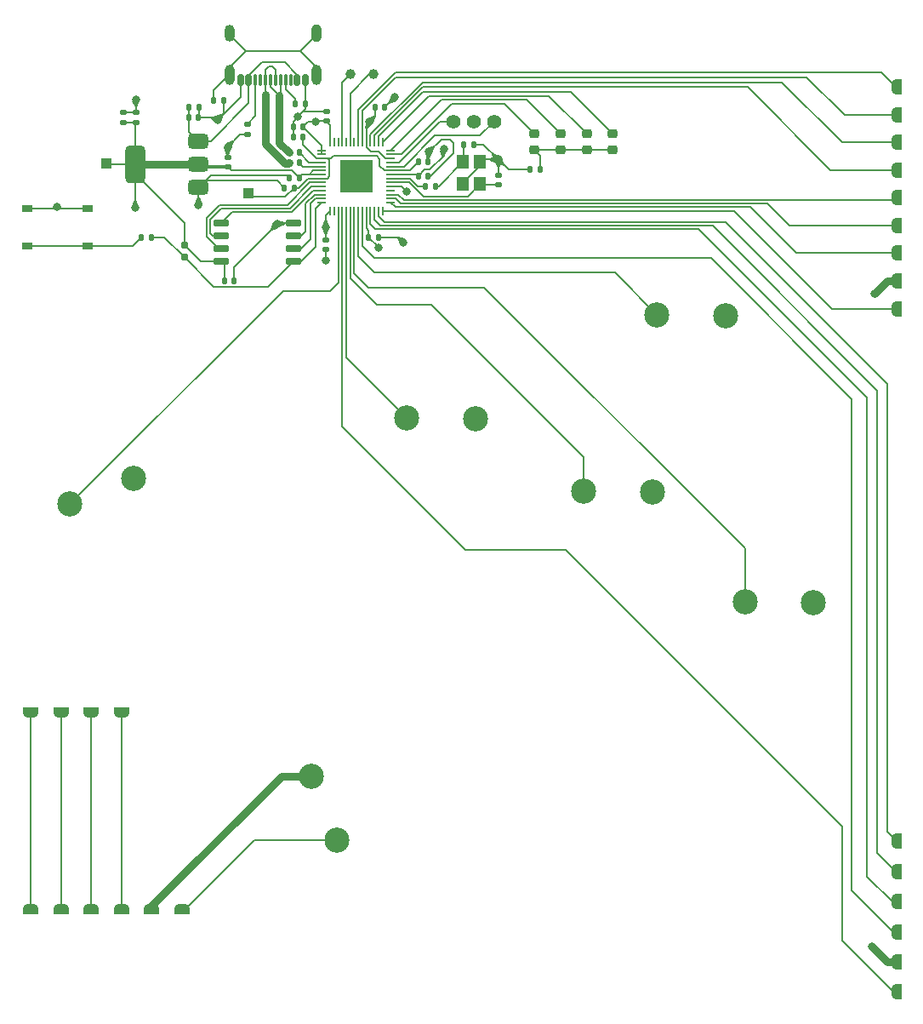
<source format=gbr>
%TF.GenerationSoftware,KiCad,Pcbnew,8.0.4*%
%TF.CreationDate,2024-07-24T16:44:50-07:00*%
%TF.ProjectId,panel_1,70616e65-6c5f-4312-9e6b-696361645f70,rev?*%
%TF.SameCoordinates,Original*%
%TF.FileFunction,Copper,L1,Top*%
%TF.FilePolarity,Positive*%
%FSLAX46Y46*%
G04 Gerber Fmt 4.6, Leading zero omitted, Abs format (unit mm)*
G04 Created by KiCad (PCBNEW 8.0.4) date 2024-07-24 16:44:50*
%MOMM*%
%LPD*%
G01*
G04 APERTURE LIST*
G04 Aperture macros list*
%AMRoundRect*
0 Rectangle with rounded corners*
0 $1 Rounding radius*
0 $2 $3 $4 $5 $6 $7 $8 $9 X,Y pos of 4 corners*
0 Add a 4 corners polygon primitive as box body*
4,1,4,$2,$3,$4,$5,$6,$7,$8,$9,$2,$3,0*
0 Add four circle primitives for the rounded corners*
1,1,$1+$1,$2,$3*
1,1,$1+$1,$4,$5*
1,1,$1+$1,$6,$7*
1,1,$1+$1,$8,$9*
0 Add four rect primitives between the rounded corners*
20,1,$1+$1,$2,$3,$4,$5,0*
20,1,$1+$1,$4,$5,$6,$7,0*
20,1,$1+$1,$6,$7,$8,$9,0*
20,1,$1+$1,$8,$9,$2,$3,0*%
%AMFreePoly0*
4,1,19,0.500000,-0.750000,0.000000,-0.750000,0.000000,-0.744911,-0.071157,-0.744911,-0.207708,-0.704816,-0.327430,-0.627875,-0.420627,-0.520320,-0.479746,-0.390866,-0.500000,-0.250000,-0.500000,0.250000,-0.479746,0.390866,-0.420627,0.520320,-0.327430,0.627875,-0.207708,0.704816,-0.071157,0.744911,0.000000,0.744911,0.000000,0.750000,0.500000,0.750000,0.500000,-0.750000,0.500000,-0.750000,
$1*%
%AMFreePoly1*
4,1,19,0.000000,0.744911,0.071157,0.744911,0.207708,0.704816,0.327430,0.627875,0.420627,0.520320,0.479746,0.390866,0.500000,0.250000,0.500000,-0.250000,0.479746,-0.390866,0.420627,-0.520320,0.327430,-0.627875,0.207708,-0.704816,0.071157,-0.744911,0.000000,-0.744911,0.000000,-0.750000,-0.500000,-0.750000,-0.500000,0.750000,0.000000,0.750000,0.000000,0.744911,0.000000,0.744911,
$1*%
G04 Aperture macros list end*
%TA.AperFunction,SMDPad,CuDef*%
%ADD10RoundRect,0.135000X-0.135000X-0.185000X0.135000X-0.185000X0.135000X0.185000X-0.135000X0.185000X0*%
%TD*%
%TA.AperFunction,SMDPad,CuDef*%
%ADD11RoundRect,0.375000X0.625000X0.375000X-0.625000X0.375000X-0.625000X-0.375000X0.625000X-0.375000X0*%
%TD*%
%TA.AperFunction,SMDPad,CuDef*%
%ADD12RoundRect,0.500000X0.500000X1.400000X-0.500000X1.400000X-0.500000X-1.400000X0.500000X-1.400000X0*%
%TD*%
%TA.AperFunction,SMDPad,CuDef*%
%ADD13FreePoly0,0.000000*%
%TD*%
%TA.AperFunction,SMDPad,CuDef*%
%ADD14RoundRect,0.140000X0.170000X-0.140000X0.170000X0.140000X-0.170000X0.140000X-0.170000X-0.140000X0*%
%TD*%
%TA.AperFunction,SMDPad,CuDef*%
%ADD15RoundRect,0.140000X-0.140000X-0.170000X0.140000X-0.170000X0.140000X0.170000X-0.140000X0.170000X0*%
%TD*%
%TA.AperFunction,ComponentPad*%
%ADD16C,2.500000*%
%TD*%
%TA.AperFunction,SMDPad,CuDef*%
%ADD17FreePoly0,90.000000*%
%TD*%
%TA.AperFunction,ComponentPad*%
%ADD18C,0.600000*%
%TD*%
%TA.AperFunction,SMDPad,CuDef*%
%ADD19RoundRect,0.218750X0.256250X-0.218750X0.256250X0.218750X-0.256250X0.218750X-0.256250X-0.218750X0*%
%TD*%
%TA.AperFunction,SMDPad,CuDef*%
%ADD20R,1.200000X1.400000*%
%TD*%
%TA.AperFunction,SMDPad,CuDef*%
%ADD21RoundRect,0.135000X-0.185000X0.135000X-0.185000X-0.135000X0.185000X-0.135000X0.185000X0.135000X0*%
%TD*%
%TA.AperFunction,SMDPad,CuDef*%
%ADD22RoundRect,0.140000X0.140000X0.170000X-0.140000X0.170000X-0.140000X-0.170000X0.140000X-0.170000X0*%
%TD*%
%TA.AperFunction,SMDPad,CuDef*%
%ADD23RoundRect,0.135000X0.135000X0.185000X-0.135000X0.185000X-0.135000X-0.185000X0.135000X-0.185000X0*%
%TD*%
%TA.AperFunction,ComponentPad*%
%ADD24R,1.000000X1.000000*%
%TD*%
%TA.AperFunction,SMDPad,CuDef*%
%ADD25C,1.000000*%
%TD*%
%TA.AperFunction,SMDPad,CuDef*%
%ADD26RoundRect,0.140000X-0.170000X0.140000X-0.170000X-0.140000X0.170000X-0.140000X0.170000X0.140000X0*%
%TD*%
%TA.AperFunction,SMDPad,CuDef*%
%ADD27FreePoly1,90.000000*%
%TD*%
%TA.AperFunction,ComponentPad*%
%ADD28C,1.400000*%
%TD*%
%TA.AperFunction,SMDPad,CuDef*%
%ADD29RoundRect,0.050000X0.050000X-0.387500X0.050000X0.387500X-0.050000X0.387500X-0.050000X-0.387500X0*%
%TD*%
%TA.AperFunction,SMDPad,CuDef*%
%ADD30RoundRect,0.050000X0.387500X-0.050000X0.387500X0.050000X-0.387500X0.050000X-0.387500X-0.050000X0*%
%TD*%
%TA.AperFunction,HeatsinkPad*%
%ADD31R,3.200000X3.200000*%
%TD*%
%TA.AperFunction,SMDPad,CuDef*%
%ADD32RoundRect,0.150000X0.150000X0.420000X-0.150000X0.420000X-0.150000X-0.420000X0.150000X-0.420000X0*%
%TD*%
%TA.AperFunction,SMDPad,CuDef*%
%ADD33RoundRect,0.075000X0.075000X0.495000X-0.075000X0.495000X-0.075000X-0.495000X0.075000X-0.495000X0*%
%TD*%
%TA.AperFunction,ComponentPad*%
%ADD34O,1.000000X2.000000*%
%TD*%
%TA.AperFunction,ComponentPad*%
%ADD35O,1.000000X1.800000*%
%TD*%
%TA.AperFunction,ComponentPad*%
%ADD36O,1.000000X1.700000*%
%TD*%
%TA.AperFunction,SMDPad,CuDef*%
%ADD37RoundRect,0.160000X-0.160000X0.197500X-0.160000X-0.197500X0.160000X-0.197500X0.160000X0.197500X0*%
%TD*%
%TA.AperFunction,SMDPad,CuDef*%
%ADD38RoundRect,0.150000X0.650000X0.150000X-0.650000X0.150000X-0.650000X-0.150000X0.650000X-0.150000X0*%
%TD*%
%TA.AperFunction,SMDPad,CuDef*%
%ADD39R,1.000000X0.750000*%
%TD*%
%TA.AperFunction,ViaPad*%
%ADD40C,0.800000*%
%TD*%
%TA.AperFunction,Conductor*%
%ADD41C,0.200000*%
%TD*%
%TA.AperFunction,Conductor*%
%ADD42C,0.800000*%
%TD*%
%TA.AperFunction,Conductor*%
%ADD43C,0.150000*%
%TD*%
%TA.AperFunction,Conductor*%
%ADD44C,0.300000*%
%TD*%
G04 APERTURE END LIST*
D10*
%TO.P,R1,1*%
%TO.N,Net-(J1-SHIELD)*%
X70490000Y-29347000D03*
%TO.P,R1,2*%
%TO.N,GND*%
X71510000Y-29347000D03*
%TD*%
D11*
%TO.P,U2,1,GND*%
%TO.N,GND*%
X68972000Y-37978000D03*
%TO.P,U2,2,VO*%
%TO.N,+3.3V*%
X68972000Y-35678000D03*
D12*
X62672000Y-35678000D03*
D11*
%TO.P,U2,3,VI*%
%TO.N,VBUS*%
X68972000Y-33378000D03*
%TD*%
D13*
%TO.P,JP13,1,A*%
%TO.N,/Main/B1*%
X138420000Y-112000000D03*
%TD*%
%TO.P,JP7,1,A*%
%TO.N,/Main/R1*%
X138420000Y-41750000D03*
%TD*%
%TO.P,JP9,1,A*%
%TO.N,/Main/L3*%
X138420000Y-50050000D03*
%TD*%
D14*
%TO.P,C11,1*%
%TO.N,+3.3V*%
X71880000Y-35910000D03*
%TO.P,C11,2*%
%TO.N,GND*%
X71880000Y-34950000D03*
%TD*%
D15*
%TO.P,C8,1*%
%TO.N,+1V1*%
X90840000Y-35430000D03*
%TO.P,C8,2*%
%TO.N,GND*%
X91800000Y-35430000D03*
%TD*%
D16*
%TO.P,SW8_DP1,1,1*%
%TO.N,L2*%
X56190000Y-69451696D03*
%TO.P,SW8_DP1,2,2*%
%TO.N,GND*%
X62540000Y-66911696D03*
%TD*%
D17*
%TO.P,JP17,1,A*%
%TO.N,Net-(JP10-B)*%
X52300000Y-90200000D03*
%TD*%
D18*
%TO.P,,57,GND*%
%TO.N,GND*%
X83700000Y-36840000D03*
%TD*%
D19*
%TO.P,D2,1,K*%
%TO.N,Net-(D1-K)*%
X105010000Y-34200000D03*
%TO.P,D2,2,A*%
%TO.N,/Main/P2*%
X105010000Y-32625000D03*
%TD*%
D18*
%TO.P,,57,GND*%
%TO.N,GND*%
X84716000Y-36840000D03*
%TD*%
D20*
%TO.P,Y1,1,1*%
%TO.N,/Main/XIN*%
X96996000Y-37630000D03*
%TO.P,Y1,2,2*%
%TO.N,GND*%
X96996000Y-35430000D03*
%TO.P,Y1,3,3*%
%TO.N,Net-(C4-Pad2)*%
X95296000Y-35430000D03*
%TO.P,Y1,4,4*%
%TO.N,GND*%
X95296000Y-37630000D03*
%TD*%
D15*
%TO.P,C14,1*%
%TO.N,+3.3V*%
X90840000Y-36840000D03*
%TO.P,C14,2*%
%TO.N,GND*%
X91800000Y-36840000D03*
%TD*%
D19*
%TO.P,D1,1,K*%
%TO.N,Net-(D1-K)*%
X102420000Y-34200000D03*
%TO.P,D1,2,A*%
%TO.N,/Main/P1*%
X102420000Y-32625000D03*
%TD*%
D13*
%TO.P,JP11,1,A*%
%TO.N,/Main/R2*%
X138420000Y-106000000D03*
%TD*%
D21*
%TO.P,R2,1*%
%TO.N,Net-(J1-CC2)*%
X73822000Y-31668000D03*
%TO.P,R2,2*%
%TO.N,GND*%
X73822000Y-32688000D03*
%TD*%
D16*
%TO.P,SW19_LEFT1,1,1*%
%TO.N,LEFT*%
X89686902Y-60919565D03*
%TO.P,SW19_LEFT1,2,2*%
%TO.N,GND*%
X96525553Y-61002951D03*
%TD*%
D22*
%TO.P,C7,1*%
%TO.N,+3.3V*%
X79360000Y-31930000D03*
%TO.P,C7,2*%
%TO.N,GND*%
X78400000Y-31930000D03*
%TD*%
D23*
%TO.P,R4,1*%
%TO.N,Net-(C4-Pad2)*%
X92590000Y-37856000D03*
%TO.P,R4,2*%
%TO.N,/Main/XOUT*%
X91570000Y-37856000D03*
%TD*%
D22*
%TO.P,C9,1*%
%TO.N,+1V1*%
X78480000Y-38000000D03*
%TO.P,C9,2*%
%TO.N,GND*%
X77520000Y-38000000D03*
%TD*%
D24*
%TO.P,TP1,1,1*%
%TO.N,+3.3V*%
X59800000Y-35600000D03*
%TD*%
D13*
%TO.P,JP5,1,A*%
%TO.N,/Main/A2*%
X138420000Y-36250000D03*
%TD*%
%TO.P,JP2,1,A*%
%TO.N,/Main/S2*%
X138420000Y-28000000D03*
%TD*%
D10*
%TO.P,R3,1*%
%TO.N,Net-(J1-CC1)*%
X78620000Y-29680000D03*
%TO.P,R3,2*%
%TO.N,GND*%
X79640000Y-29680000D03*
%TD*%
D13*
%TO.P,JP1,1,A*%
%TO.N,GND*%
X138420000Y-47250000D03*
%TD*%
D16*
%TO.P,SW20_RIGHT1,1,1*%
%TO.N,RIGHT*%
X123355978Y-79195322D03*
%TO.P,SW20_RIGHT1,2,2*%
%TO.N,GND*%
X130194629Y-79278708D03*
%TD*%
D15*
%TO.P,C1,1*%
%TO.N,VBUS*%
X68040000Y-30000000D03*
%TO.P,C1,2*%
%TO.N,GND*%
X69000000Y-30000000D03*
%TD*%
D18*
%TO.P,,57,GND*%
%TO.N,GND*%
X85732000Y-35824000D03*
%TD*%
D25*
%TO.P,TP4,1,1*%
%TO.N,Net-(U1-GPIO27_ADC1)*%
X84100000Y-26700000D03*
%TD*%
D26*
%TO.P,C12,1*%
%TO.N,+3.3V*%
X81630000Y-43200000D03*
%TO.P,C12,2*%
%TO.N,GND*%
X81630000Y-44160000D03*
%TD*%
D27*
%TO.P,JP10,2,B*%
%TO.N,Net-(JP10-B)*%
X52300000Y-109780000D03*
%TD*%
%TO.P,JP16,2,B*%
%TO.N,GND*%
X64300000Y-109760000D03*
%TD*%
D14*
%TO.P,C16,1*%
%TO.N,+3.3V*%
X81700000Y-31380000D03*
%TO.P,C16,2*%
%TO.N,GND*%
X81700000Y-30420000D03*
%TD*%
D18*
%TO.P,,57,GND*%
%TO.N,GND*%
X85732000Y-37856000D03*
%TD*%
D17*
%TO.P,JP20,1,A*%
%TO.N,Net-(JP13-B)*%
X61300000Y-90200000D03*
%TD*%
D13*
%TO.P,JP6,1,A*%
%TO.N,/Main/L1*%
X138420000Y-39000000D03*
%TD*%
D17*
%TO.P,JP19,1,A*%
%TO.N,Net-(JP12-B)*%
X58300000Y-90200000D03*
%TD*%
D15*
%TO.P,C15,1*%
%TO.N,+3.3V*%
X86520000Y-30000000D03*
%TO.P,C15,2*%
%TO.N,GND*%
X87480000Y-30000000D03*
%TD*%
%TO.P,C5,1*%
%TO.N,+3.3V*%
X71536000Y-47254000D03*
%TO.P,C5,2*%
%TO.N,GND*%
X72496000Y-47254000D03*
%TD*%
D16*
%TO.P,SW16_SPACE1,1,1*%
%TO.N,/Buttons/SPACE*%
X82770000Y-102870000D03*
%TO.P,SW16_SPACE1,2,2*%
%TO.N,GND*%
X80230000Y-96520000D03*
%TD*%
D10*
%TO.P,R5,1*%
%TO.N,Net-(R5-Pad1)*%
X63251000Y-42936000D03*
%TO.P,R5,2*%
%TO.N,/Main/QSPI_SS*%
X64271000Y-42936000D03*
%TD*%
D18*
%TO.P,,57,GND*%
%TO.N,GND*%
X85732000Y-36840000D03*
%TD*%
%TO.P,,57,GND*%
%TO.N,GND*%
X83700000Y-37856000D03*
%TD*%
D27*
%TO.P,JP11,2,B*%
%TO.N,Net-(JP11-B)*%
X55300000Y-109780000D03*
%TD*%
D19*
%TO.P,D4,1,K*%
%TO.N,Net-(D1-K)*%
X110190000Y-34200000D03*
%TO.P,D4,2,A*%
%TO.N,/Main/P4*%
X110190000Y-32625000D03*
%TD*%
D28*
%TO.P,J2,1,Pin_1*%
%TO.N,/Main/SWCLK*%
X98380000Y-31430000D03*
%TO.P,J2,2,Pin_2*%
%TO.N,GND*%
X96380000Y-31430000D03*
%TO.P,J2,3,Pin_3*%
%TO.N,/Main/SWDIO*%
X94380000Y-31430000D03*
%TD*%
D27*
%TO.P,JP13,2,B*%
%TO.N,Net-(JP13-B)*%
X61300000Y-109780000D03*
%TD*%
D15*
%TO.P,C2,1*%
%TO.N,VBUS*%
X68020000Y-31000000D03*
%TO.P,C2,2*%
%TO.N,GND*%
X68980000Y-31000000D03*
%TD*%
D10*
%TO.P,R8,1*%
%TO.N,/Main/D+*%
X77990000Y-35500000D03*
%TO.P,R8,2*%
%TO.N,Net-(U1-USB_DP)*%
X79010000Y-35500000D03*
%TD*%
D25*
%TO.P,TP3,1,1*%
%TO.N,Net-(U1-GPIO25)*%
X86400000Y-26700000D03*
%TD*%
D18*
%TO.P,,57,GND*%
%TO.N,GND*%
X83700000Y-35824000D03*
%TD*%
D16*
%TO.P,SW17_W1,1,1*%
%TO.N,W*%
X114576926Y-50609779D03*
%TO.P,SW17_W1,2,2*%
%TO.N,GND*%
X121415577Y-50693165D03*
%TD*%
D13*
%TO.P,JP4,1,A*%
%TO.N,/Main/A1*%
X138420000Y-33500000D03*
%TD*%
D22*
%TO.P,C10,1*%
%TO.N,+3.3V*%
X78980000Y-37000000D03*
%TO.P,C10,2*%
%TO.N,GND*%
X78020000Y-37000000D03*
%TD*%
D18*
%TO.P,,57,GND*%
%TO.N,GND*%
X84716000Y-35824000D03*
%TD*%
D13*
%TO.P,JP3,1,A*%
%TO.N,/Main/S1*%
X138420000Y-30750000D03*
%TD*%
D22*
%TO.P,C6,1*%
%TO.N,+1V1*%
X79360000Y-32930000D03*
%TO.P,C6,2*%
%TO.N,GND*%
X78400000Y-32930000D03*
%TD*%
D18*
%TO.P,,57,GND*%
%TO.N,GND*%
X84716000Y-37856000D03*
%TD*%
D17*
%TO.P,JP18,1,A*%
%TO.N,Net-(JP11-B)*%
X55300000Y-90200000D03*
%TD*%
D29*
%TO.P,U1,1,IOVDD*%
%TO.N,+3.3V*%
X82078000Y-40315500D03*
%TO.P,U1,2,GPIO0*%
%TO.N,unconnected-(U1-GPIO0-Pad2)*%
X82478000Y-40315500D03*
%TO.P,U1,3,GPIO1*%
%TO.N,L2*%
X82878000Y-40315500D03*
%TO.P,U1,4,GPIO2*%
%TO.N,/Main/SPACE*%
X83278000Y-40315500D03*
%TO.P,U1,5,GPIO3*%
%TO.N,LEFT*%
X83678000Y-40315500D03*
%TO.P,U1,6,GPIO4*%
%TO.N,DOWN*%
X84078000Y-40315500D03*
%TO.P,U1,7,GPIO5*%
%TO.N,RIGHT*%
X84478000Y-40315500D03*
%TO.P,U1,8,GPIO6*%
%TO.N,W*%
X84878000Y-40315500D03*
%TO.P,U1,9,GPIO7*%
%TO.N,/Main/B1*%
X85278000Y-40315500D03*
%TO.P,U1,10,IOVDD*%
%TO.N,+3.3V*%
X85678000Y-40315500D03*
%TO.P,U1,11,GPIO8*%
%TO.N,/Main/B2*%
X86078000Y-40315500D03*
%TO.P,U1,12,GPIO9*%
%TO.N,/Main/R2*%
X86478000Y-40315500D03*
%TO.P,U1,13,GPIO10*%
%TO.N,/Main/B3*%
X86878000Y-40315500D03*
%TO.P,U1,14,GPIO11*%
%TO.N,/Main/L3*%
X87278000Y-40315500D03*
D30*
%TO.P,U1,15,GPIO12*%
%TO.N,/Main/B4*%
X88115500Y-39478000D03*
%TO.P,U1,16,GPIO13*%
%TO.N,/Main/R1*%
X88115500Y-39078000D03*
%TO.P,U1,17,GPIO14*%
%TO.N,/Main/L1*%
X88115500Y-38678000D03*
%TO.P,U1,18,GPIO15*%
%TO.N,unconnected-(U1-GPIO15-Pad18)*%
X88115500Y-38278000D03*
%TO.P,U1,19,TESTEN*%
%TO.N,GND*%
X88115500Y-37878000D03*
%TO.P,U1,20,XIN*%
%TO.N,/Main/XIN*%
X88115500Y-37478000D03*
%TO.P,U1,21,XOUT*%
%TO.N,/Main/XOUT*%
X88115500Y-37078000D03*
%TO.P,U1,22,IOVDD*%
%TO.N,+3.3V*%
X88115500Y-36678000D03*
%TO.P,U1,23,DVDD*%
%TO.N,+1V1*%
X88115500Y-36278000D03*
%TO.P,U1,24,SWCLK*%
%TO.N,/Main/SWCLK*%
X88115500Y-35878000D03*
%TO.P,U1,25,SWD*%
%TO.N,/Main/SWDIO*%
X88115500Y-35478000D03*
%TO.P,U1,26,RUN*%
%TO.N,+3.3V*%
X88115500Y-35078000D03*
%TO.P,U1,27,GPIO16*%
%TO.N,/Main/P1*%
X88115500Y-34678000D03*
%TO.P,U1,28,GPIO17*%
%TO.N,/Main/P2*%
X88115500Y-34278000D03*
D29*
%TO.P,U1,29,GPIO18*%
%TO.N,/Main/P3*%
X87278000Y-33440500D03*
%TO.P,U1,30,GPIO19*%
%TO.N,/Main/P4*%
X86878000Y-33440500D03*
%TO.P,U1,31,GPIO20*%
%TO.N,/Main/A2*%
X86478000Y-33440500D03*
%TO.P,U1,32,GPIO21*%
%TO.N,/Main/A1*%
X86078000Y-33440500D03*
%TO.P,U1,33,IOVDD*%
%TO.N,+3.3V*%
X85678000Y-33440500D03*
%TO.P,U1,34,GPIO22*%
%TO.N,/Main/S1*%
X85278000Y-33440500D03*
%TO.P,U1,35,GPIO23*%
%TO.N,/Main/S2*%
X84878000Y-33440500D03*
%TO.P,U1,36,GPIO24*%
%TO.N,unconnected-(U1-GPIO24-Pad36)*%
X84478000Y-33440500D03*
%TO.P,U1,37,GPIO25*%
%TO.N,Net-(U1-GPIO25)*%
X84078000Y-33440500D03*
%TO.P,U1,38,GPIO26_ADC0*%
%TO.N,unconnected-(U1-GPIO26_ADC0-Pad38)*%
X83678000Y-33440500D03*
%TO.P,U1,39,GPIO27_ADC1*%
%TO.N,Net-(U1-GPIO27_ADC1)*%
X83278000Y-33440500D03*
%TO.P,U1,40,GPIO28_ADC2*%
%TO.N,unconnected-(U1-GPIO28_ADC2-Pad40)*%
X82878000Y-33440500D03*
%TO.P,U1,41,GPIO29_ADC3*%
%TO.N,unconnected-(U1-GPIO29_ADC3-Pad41)*%
X82478000Y-33440500D03*
%TO.P,U1,42,IOVDD*%
%TO.N,+3.3V*%
X82078000Y-33440500D03*
D30*
%TO.P,U1,43,ADC_AVDD*%
X81240500Y-34278000D03*
%TO.P,U1,44,VREG_IN*%
X81240500Y-34678000D03*
%TO.P,U1,45,VREG_VOUT*%
%TO.N,+1V1*%
X81240500Y-35078000D03*
%TO.P,U1,46,USB_DM*%
%TO.N,Net-(U1-USB_DM)*%
X81240500Y-35478000D03*
%TO.P,U1,47,USB_DP*%
%TO.N,Net-(U1-USB_DP)*%
X81240500Y-35878000D03*
%TO.P,U1,48,USB_VDD*%
%TO.N,+3.3V*%
X81240500Y-36278000D03*
%TO.P,U1,49,IOVDD*%
X81240500Y-36678000D03*
%TO.P,U1,50,DVDD*%
%TO.N,+1V1*%
X81240500Y-37078000D03*
%TO.P,U1,51,QSPI_SD3*%
%TO.N,/Main/QSPI_SD3*%
X81240500Y-37478000D03*
%TO.P,U1,52,QSPI_SCLK*%
%TO.N,/Main/QSPI_SCLK*%
X81240500Y-37878000D03*
%TO.P,U1,53,QSPI_SD0*%
%TO.N,/Main/QSPI_SD0*%
X81240500Y-38278000D03*
%TO.P,U1,54,QSPI_SD2*%
%TO.N,/Main/QSPI_SD2*%
X81240500Y-38678000D03*
%TO.P,U1,55,QSPI_SD1*%
%TO.N,/Main/QSPI_SD1*%
X81240500Y-39078000D03*
%TO.P,U1,56,QSPI_SS*%
%TO.N,/Main/QSPI_SS*%
X81240500Y-39478000D03*
D31*
%TO.P,U1,57,GND*%
%TO.N,GND*%
X84678000Y-36878000D03*
%TD*%
D32*
%TO.P,J1,A1,GND*%
%TO.N,GND*%
X79580000Y-27315000D03*
%TO.P,J1,A4,VBUS*%
%TO.N,VBUS*%
X78780000Y-27315000D03*
D33*
%TO.P,J1,A5,CC1*%
%TO.N,Net-(J1-CC1)*%
X77630000Y-27315000D03*
%TO.P,J1,A6,D+*%
%TO.N,/Main/D+*%
X76630000Y-27315000D03*
%TO.P,J1,A7,D-*%
%TO.N,/Main/D-*%
X76130000Y-27315000D03*
%TO.P,J1,A8,SBU1*%
%TO.N,unconnected-(J1-SBU1-PadA8)*%
X75130000Y-27315000D03*
D32*
%TO.P,J1,A9,VBUS*%
%TO.N,VBUS*%
X73980000Y-27315000D03*
%TO.P,J1,A12,GND*%
%TO.N,GND*%
X73180000Y-27315000D03*
%TO.P,J1,B1,GND*%
X73180000Y-27315000D03*
%TO.P,J1,B4,VBUS*%
%TO.N,VBUS*%
X73980000Y-27315000D03*
D33*
%TO.P,J1,B5,CC2*%
%TO.N,Net-(J1-CC2)*%
X74630000Y-27315000D03*
%TO.P,J1,B6,D+*%
%TO.N,/Main/D+*%
X75630000Y-27315000D03*
%TO.P,J1,B7,D-*%
%TO.N,/Main/D-*%
X77130000Y-27315000D03*
%TO.P,J1,B8,SBU2*%
%TO.N,unconnected-(J1-SBU2-PadB8)*%
X78130000Y-27315000D03*
D32*
%TO.P,J1,B9,VBUS*%
%TO.N,VBUS*%
X78780000Y-27315000D03*
%TO.P,J1,B12,GND*%
%TO.N,GND*%
X79580000Y-27315000D03*
D34*
%TO.P,J1,S1,SHIELD*%
%TO.N,Net-(J1-SHIELD)*%
X80700000Y-26745000D03*
D35*
X80700000Y-22605000D03*
D34*
X72060000Y-26745000D03*
D36*
X72060000Y-22605000D03*
%TD*%
D22*
%TO.P,C4,1*%
%TO.N,GND*%
X96360000Y-33680000D03*
%TO.P,C4,2*%
%TO.N,Net-(C4-Pad2)*%
X95400000Y-33680000D03*
%TD*%
D14*
%TO.P,C17,1*%
%TO.N,+3.3V*%
X62745000Y-31478000D03*
%TO.P,C17,2*%
%TO.N,GND*%
X62745000Y-30518000D03*
%TD*%
%TO.P,C18,1*%
%TO.N,+3.3V*%
X61500000Y-31480000D03*
%TO.P,C18,2*%
%TO.N,GND*%
X61500000Y-30520000D03*
%TD*%
D24*
%TO.P,TP2,1,1*%
%TO.N,+1V1*%
X73900000Y-38500000D03*
%TD*%
D37*
%TO.P,R6,1*%
%TO.N,+3.3V*%
X67571000Y-43735500D03*
%TO.P,R6,2*%
%TO.N,/Main/QSPI_SS*%
X67571000Y-44930500D03*
%TD*%
D26*
%TO.P,C3,1*%
%TO.N,GND*%
X98852000Y-36728000D03*
%TO.P,C3,2*%
%TO.N,/Main/XIN*%
X98852000Y-37688000D03*
%TD*%
D13*
%TO.P,JP12,1,A*%
%TO.N,/Main/B2*%
X138420000Y-109000000D03*
%TD*%
D38*
%TO.P,U3,1,~{CS}*%
%TO.N,/Main/QSPI_SS*%
X78410000Y-45349000D03*
%TO.P,U3,2,DO(IO1)*%
%TO.N,/Main/QSPI_SD1*%
X78410000Y-44079000D03*
%TO.P,U3,3,IO2*%
%TO.N,/Main/QSPI_SD2*%
X78410000Y-42809000D03*
%TO.P,U3,4,GND*%
%TO.N,GND*%
X78410000Y-41539000D03*
%TO.P,U3,5,DI(IO0)*%
%TO.N,/Main/QSPI_SD0*%
X71210000Y-41539000D03*
%TO.P,U3,6,CLK*%
%TO.N,/Main/QSPI_SCLK*%
X71210000Y-42809000D03*
%TO.P,U3,7,IO3*%
%TO.N,/Main/QSPI_SD3*%
X71210000Y-44079000D03*
%TO.P,U3,8,VCC*%
%TO.N,+3.3V*%
X71210000Y-45349000D03*
%TD*%
D10*
%TO.P,R7,1*%
%TO.N,/Main/D-*%
X77990000Y-34500000D03*
%TO.P,R7,2*%
%TO.N,Net-(U1-USB_DM)*%
X79010000Y-34500000D03*
%TD*%
D23*
%TO.P,R9,1*%
%TO.N,Net-(D1-K)*%
X103010000Y-36200000D03*
%TO.P,R9,2*%
%TO.N,GND*%
X101990000Y-36200000D03*
%TD*%
D13*
%TO.P,JP16,1,A*%
%TO.N,GND*%
X138440000Y-115000000D03*
%TD*%
%TO.P,JP8,1,A*%
%TO.N,/Main/B4*%
X138420000Y-44500000D03*
%TD*%
D27*
%TO.P,JP12,2,B*%
%TO.N,Net-(JP12-B)*%
X58300000Y-109780000D03*
%TD*%
D39*
%TO.P,SW1,1,1*%
%TO.N,GND*%
X51905000Y-40055000D03*
X57905000Y-40055000D03*
%TO.P,SW1,2,2*%
%TO.N,Net-(R5-Pad1)*%
X51905000Y-43805000D03*
X57905000Y-43805000D03*
%TD*%
D27*
%TO.P,JP14,2,B*%
%TO.N,/Buttons/SPACE*%
X67300000Y-109760000D03*
%TD*%
D16*
%TO.P,SW18_DOWN1,1,1*%
%TO.N,DOWN*%
X107286807Y-68209684D03*
%TO.P,SW18_DOWN1,2,2*%
%TO.N,GND*%
X114125458Y-68293070D03*
%TD*%
D15*
%TO.P,C13,1*%
%TO.N,+3.3V*%
X85900000Y-42930000D03*
%TO.P,C13,2*%
%TO.N,GND*%
X86860000Y-42930000D03*
%TD*%
D13*
%TO.P,JP14,1,A*%
%TO.N,/Main/SPACE*%
X138440000Y-118000000D03*
%TD*%
%TO.P,JP10,1,A*%
%TO.N,/Main/B3*%
X138420000Y-103000000D03*
%TD*%
D19*
%TO.P,D3,1,K*%
%TO.N,Net-(D1-K)*%
X107600000Y-34200000D03*
%TO.P,D3,2,A*%
%TO.N,/Main/P3*%
X107600000Y-32625000D03*
%TD*%
D40*
%TO.N,GND*%
X136000000Y-113500000D03*
X81668000Y-45222000D03*
X71880000Y-33930000D03*
X70873000Y-31252000D03*
X136250000Y-48500000D03*
X54880000Y-39930000D03*
X62745000Y-29220000D03*
X78880000Y-30930000D03*
X98813000Y-35189000D03*
X89380000Y-43430000D03*
X91880000Y-34430000D03*
X76778500Y-41602500D03*
X88500000Y-29000000D03*
X89669000Y-38364000D03*
X68968000Y-39761000D03*
%TO.N,+3.3V*%
X80630000Y-31430000D03*
X86000000Y-31430000D03*
X86880000Y-43930000D03*
X81630000Y-41930000D03*
X62672000Y-40015000D03*
X93380000Y-34180000D03*
%TD*%
D41*
%TO.N,VBUS*%
X68972000Y-33378000D02*
X70172000Y-33378000D01*
X70172000Y-33378000D02*
X73980000Y-29570000D01*
X68040000Y-30980000D02*
X68020000Y-31000000D01*
X75312590Y-25530000D02*
X73980000Y-26862590D01*
X69302000Y-33048000D02*
X68972000Y-33378000D01*
X68020000Y-31000000D02*
X68020000Y-32426000D01*
X73980000Y-26862590D02*
X73980000Y-27315000D01*
X78780000Y-27315000D02*
X78780000Y-26745001D01*
X73980000Y-29570000D02*
X73980000Y-27400000D01*
X68020000Y-32426000D02*
X68972000Y-33378000D01*
X68040000Y-30000000D02*
X68040000Y-30980000D01*
X77564999Y-25530000D02*
X75312590Y-25530000D01*
X78780000Y-26745001D02*
X77564999Y-25530000D01*
%TO.N,GND*%
X102000000Y-36200000D02*
X99824000Y-36200000D01*
X69650000Y-37300000D02*
X68972000Y-37978000D01*
D42*
X64300000Y-109430000D02*
X77210000Y-96520000D01*
D41*
X72496000Y-45885000D02*
X72496000Y-47254000D01*
X62743000Y-30520000D02*
X62745000Y-30518000D01*
X97237000Y-35189000D02*
X96996000Y-35430000D01*
X78400000Y-32930000D02*
X78400000Y-31930000D01*
X94007975Y-33188000D02*
X93122000Y-33188000D01*
D42*
X138370000Y-115000000D02*
X137500000Y-115000000D01*
X137500000Y-115000000D02*
X136000000Y-113500000D01*
D41*
X88500000Y-29000000D02*
X88480000Y-29000000D01*
X62745000Y-29220000D02*
X62745000Y-30518000D01*
X91800000Y-35430000D02*
X91800000Y-34510000D01*
X69000000Y-30000000D02*
X69000000Y-30980000D01*
X79390000Y-30420000D02*
X78880000Y-30930000D01*
X98852000Y-36728000D02*
X98852000Y-35228000D01*
X81700000Y-30420000D02*
X79390000Y-30420000D01*
X76820000Y-37300000D02*
X69650000Y-37300000D01*
X98852000Y-35228000D02*
X98813000Y-35189000D01*
X81668000Y-45222000D02*
X81668000Y-44198000D01*
X77520000Y-38000000D02*
X76820000Y-37300000D01*
X91800000Y-34510000D02*
X91880000Y-34430000D01*
X91800000Y-36840000D02*
X92079999Y-36840000D01*
D42*
X77210000Y-96520000D02*
X80230000Y-96520000D01*
D41*
X71510000Y-30615000D02*
X70873000Y-31252000D01*
X73180000Y-28945000D02*
X73180000Y-27400000D01*
X78020000Y-37000000D02*
X77770000Y-36750000D01*
X68980000Y-31000000D02*
X70621000Y-31000000D01*
X70200000Y-36750000D02*
X68972000Y-37978000D01*
X88480000Y-29000000D02*
X87480000Y-30000000D01*
X95296000Y-37530000D02*
X96996000Y-35830000D01*
X88115500Y-37878000D02*
X89183000Y-37878000D01*
D43*
X54755000Y-40055000D02*
X54880000Y-39930000D01*
D41*
X68968000Y-39761000D02*
X68968000Y-37982000D01*
X73122000Y-32688000D02*
X73822000Y-32688000D01*
X71880000Y-33930000D02*
X71880000Y-34950000D01*
X88880000Y-42930000D02*
X89380000Y-43430000D01*
X98813000Y-35189000D02*
X97304000Y-33680000D01*
D42*
X137500000Y-47250000D02*
X138420000Y-47250000D01*
D41*
X78400000Y-31930000D02*
X78400000Y-31410000D01*
D42*
X84716000Y-36840000D02*
X84640000Y-36840000D01*
X136250000Y-48500000D02*
X137500000Y-47250000D01*
D41*
X79640000Y-29680000D02*
X79640000Y-30170000D01*
X97304000Y-33680000D02*
X96360000Y-33680000D01*
X78400000Y-31410000D02*
X78880000Y-30930000D01*
D43*
X55005000Y-40055000D02*
X57905000Y-40055000D01*
D41*
X79580000Y-29370000D02*
X79640000Y-29430000D01*
X98813000Y-35189000D02*
X97237000Y-35189000D01*
X96996000Y-35830000D02*
X96996000Y-35430000D01*
X79580000Y-27400000D02*
X79580000Y-29370000D01*
X77770000Y-36750000D02*
X70200000Y-36750000D01*
D42*
X84716000Y-36916000D02*
X84716000Y-36840000D01*
D41*
X92079999Y-36840000D02*
X94380000Y-34539999D01*
X93122000Y-33188000D02*
X91880000Y-34430000D01*
X95296000Y-37630000D02*
X95296000Y-37730000D01*
D43*
X51905000Y-40055000D02*
X54755000Y-40055000D01*
D41*
X76778500Y-41602500D02*
X76842000Y-41539000D01*
X86860000Y-42930000D02*
X88880000Y-42930000D01*
X95296000Y-37630000D02*
X95296000Y-37530000D01*
X89183000Y-37878000D02*
X89669000Y-38364000D01*
X70873000Y-31252000D02*
X73180000Y-28945000D01*
X94380000Y-34539999D02*
X94380000Y-33560025D01*
X70621000Y-31000000D02*
X70873000Y-31252000D01*
X69000000Y-30980000D02*
X68980000Y-31000000D01*
X62905000Y-30678000D02*
X62745000Y-30518000D01*
X81668000Y-44198000D02*
X81630000Y-44160000D01*
D43*
X54880000Y-39930000D02*
X55005000Y-40055000D01*
D41*
X68968000Y-37982000D02*
X68972000Y-37978000D01*
X71880000Y-33930000D02*
X73122000Y-32688000D01*
X76842000Y-41539000D02*
X78410000Y-41539000D01*
D42*
X84640000Y-36840000D02*
X84678000Y-36878000D01*
D41*
X76778500Y-41602500D02*
X72496000Y-45885000D01*
X71510000Y-29347000D02*
X71510000Y-30615000D01*
X79640000Y-30170000D02*
X78880000Y-30930000D01*
X61500000Y-30520000D02*
X62743000Y-30520000D01*
X99824000Y-36200000D02*
X98813000Y-35189000D01*
X94380000Y-33560025D02*
X94007975Y-33188000D01*
%TO.N,+3.3V*%
X62743000Y-31480000D02*
X62745000Y-31478000D01*
X78980000Y-36980000D02*
X78250000Y-36250000D01*
X86520000Y-30000000D02*
X86520000Y-30910000D01*
X90840000Y-36840000D02*
X90678000Y-36678000D01*
X85900000Y-42248000D02*
X85678000Y-42026000D01*
X91986134Y-36180000D02*
X91500000Y-36180000D01*
X93380000Y-34180000D02*
X93380000Y-34786134D01*
X90678000Y-36678000D02*
X88115500Y-36678000D01*
X67571000Y-41477000D02*
X62672000Y-36578000D01*
X62672000Y-31551000D02*
X62745000Y-31478000D01*
X86520000Y-30910000D02*
X86000000Y-31430000D01*
X69184500Y-45349000D02*
X71210000Y-45349000D01*
X86111640Y-34408000D02*
X86911640Y-34408000D01*
X59878000Y-35678000D02*
X59800000Y-35600000D01*
X80400000Y-36278000D02*
X80000000Y-36678000D01*
X81630000Y-41930000D02*
X81630000Y-42968000D01*
X71210000Y-45349000D02*
X71536000Y-45675000D01*
X86911640Y-34408000D02*
X87581640Y-35078000D01*
X81700000Y-31380000D02*
X81700000Y-31400000D01*
X93380000Y-34786134D02*
X91986134Y-36180000D01*
X80630000Y-31430000D02*
X79860000Y-31430000D01*
X81240500Y-33810500D02*
X79360000Y-31930000D01*
X62672000Y-35678000D02*
X59878000Y-35678000D01*
X62564000Y-35570000D02*
X62672000Y-35678000D01*
X79302000Y-36678000D02*
X78980000Y-37000000D01*
X81630000Y-41930000D02*
X81630000Y-40763500D01*
X80000000Y-36678000D02*
X79302000Y-36678000D01*
X91500000Y-36180000D02*
X90840000Y-36840000D01*
X69090000Y-35796000D02*
X68972000Y-35678000D01*
X85678000Y-42026000D02*
X85678000Y-40315500D01*
X67571000Y-43735500D02*
X69184500Y-45349000D01*
X85900000Y-42930000D02*
X85900000Y-42248000D01*
X85678000Y-33440500D02*
X85678000Y-33974360D01*
X86880000Y-43930000D02*
X86880000Y-43910000D01*
X81240500Y-36678000D02*
X80000000Y-36678000D01*
X72220000Y-36250000D02*
X71880000Y-35910000D01*
X85678000Y-31752000D02*
X85678000Y-33440500D01*
X78250000Y-36250000D02*
X72220000Y-36250000D01*
X78980000Y-37000000D02*
X78980000Y-36980000D01*
X81240500Y-34678000D02*
X81240500Y-34278000D01*
X86000000Y-31430000D02*
X85678000Y-31752000D01*
X81700000Y-31380000D02*
X80680000Y-31380000D01*
X71536000Y-45675000D02*
X71536000Y-47254000D01*
X81700000Y-31400000D02*
X82078000Y-31778000D01*
X81240500Y-36278000D02*
X80400000Y-36278000D01*
X69330000Y-35678000D02*
X68972000Y-35678000D01*
X62672000Y-36578000D02*
X62672000Y-35678000D01*
D42*
X62672000Y-35678000D02*
X68972000Y-35678000D01*
D41*
X81630000Y-42968000D02*
X81862000Y-43200000D01*
X62672000Y-40015000D02*
X62672000Y-35678000D01*
X61500000Y-31480000D02*
X62743000Y-31480000D01*
X81240500Y-34678000D02*
X81240500Y-33810500D01*
X79860000Y-31430000D02*
X79360000Y-31930000D01*
X82078000Y-31778000D02*
X82078000Y-33440500D01*
X85678000Y-33974360D02*
X86111640Y-34408000D01*
X87581640Y-35078000D02*
X88115500Y-35078000D01*
X81630000Y-40763500D02*
X82078000Y-40315500D01*
X62672000Y-35678000D02*
X62672000Y-31551000D01*
D44*
X69204000Y-35910000D02*
X68972000Y-35678000D01*
D41*
X67571000Y-43735500D02*
X67571000Y-41477000D01*
D44*
X71880000Y-35910000D02*
X69204000Y-35910000D01*
D41*
X86880000Y-43910000D02*
X85900000Y-42930000D01*
X80680000Y-31380000D02*
X80630000Y-31430000D01*
D43*
%TO.N,Net-(C4-Pad2)*%
X95400000Y-33930000D02*
X95400000Y-35326000D01*
X95296000Y-35430000D02*
X92870000Y-37856000D01*
X92870000Y-37856000D02*
X92590000Y-37856000D01*
X95400000Y-35326000D02*
X95296000Y-35430000D01*
D41*
%TO.N,Net-(J1-SHIELD)*%
X80700000Y-26030000D02*
X79100000Y-24430000D01*
X80700000Y-26280000D02*
X80700000Y-26030000D01*
X80700000Y-22830000D02*
X79100000Y-24430000D01*
X70490000Y-29347000D02*
X70490000Y-28265000D01*
X70490000Y-28265000D02*
X72060000Y-26695000D01*
X72060000Y-26030000D02*
X72060000Y-26280000D01*
X73660000Y-24430000D02*
X72060000Y-26030000D01*
X72060000Y-22100000D02*
X72060000Y-22830000D01*
X79100000Y-24430000D02*
X73660000Y-24430000D01*
X72060000Y-22830000D02*
X73660000Y-24430000D01*
X80700000Y-22100000D02*
X80700000Y-22830000D01*
%TO.N,Net-(J1-CC2)*%
X73822000Y-31668000D02*
X74630000Y-30860000D01*
X74630000Y-30860000D02*
X74630000Y-27400000D01*
D43*
%TO.N,Net-(J1-CC1)*%
X78620000Y-29170000D02*
X77630000Y-28180000D01*
X78620000Y-29680000D02*
X78620000Y-29170000D01*
X77630000Y-28180000D02*
X77630000Y-27400000D01*
D41*
%TO.N,+1V1*%
X77580000Y-38900000D02*
X78480000Y-38000000D01*
X81240500Y-35078000D02*
X80706640Y-35078000D01*
X73900000Y-38500000D02*
X74300000Y-38900000D01*
X82160000Y-35078000D02*
X82430000Y-34808000D01*
X88115500Y-36278000D02*
X89992000Y-36278000D01*
X81240500Y-35078000D02*
X82160000Y-35078000D01*
X87459640Y-36278000D02*
X88115500Y-36278000D01*
X74300000Y-38900000D02*
X77580000Y-38900000D01*
X89992000Y-36278000D02*
X90840000Y-35430000D01*
X87002000Y-35820360D02*
X87459640Y-36278000D01*
X81240500Y-35078000D02*
X81774360Y-35078000D01*
X81978000Y-35281640D02*
X81978000Y-36874360D01*
X80706640Y-35078000D02*
X79360000Y-33731360D01*
X79360000Y-33731360D02*
X79360000Y-32930000D01*
X78916134Y-38000000D02*
X78480000Y-38000000D01*
X79838134Y-37078000D02*
X78916134Y-38000000D01*
X86682000Y-34808000D02*
X87002000Y-35128000D01*
X81774360Y-35078000D02*
X81978000Y-35281640D01*
X87002000Y-35128000D02*
X87002000Y-35820360D01*
X82430000Y-34808000D02*
X86682000Y-34808000D01*
X81978000Y-36874360D02*
X81774360Y-37078000D01*
X81240500Y-37078000D02*
X79838134Y-37078000D01*
X81774360Y-37078000D02*
X81240500Y-37078000D01*
D43*
%TO.N,Net-(R5-Pad1)*%
X62382000Y-43805000D02*
X63251000Y-42936000D01*
X57905000Y-43805000D02*
X51905000Y-43805000D01*
X57905000Y-43805000D02*
X62382000Y-43805000D01*
X63245000Y-42930000D02*
X63251000Y-42936000D01*
D41*
%TO.N,Net-(U1-USB_DM)*%
X81240500Y-35478000D02*
X79988000Y-35478000D01*
X79988000Y-35478000D02*
X79010000Y-34500000D01*
%TO.N,Net-(U1-USB_DP)*%
X81240500Y-35878000D02*
X79388000Y-35878000D01*
X79388000Y-35878000D02*
X79010000Y-35500000D01*
D43*
%TO.N,/Main/XIN*%
X89937026Y-37478000D02*
X88115500Y-37478000D01*
X91339026Y-38880000D02*
X89937026Y-37478000D01*
X97180000Y-37630000D02*
X97238000Y-37688000D01*
X96996000Y-37630000D02*
X95746000Y-38880000D01*
X95746000Y-38880000D02*
X91339026Y-38880000D01*
X96996000Y-37630000D02*
X97180000Y-37630000D01*
X97238000Y-37688000D02*
X98852000Y-37688000D01*
%TO.N,/Main/XOUT*%
X90032000Y-37078000D02*
X88115500Y-37078000D01*
X90810000Y-37856000D02*
X90032000Y-37078000D01*
X91570000Y-37856000D02*
X90810000Y-37856000D01*
%TO.N,/Main/QSPI_SS*%
X64271000Y-42936000D02*
X65576500Y-42936000D01*
X65576500Y-42936000D02*
X67571000Y-44930500D01*
X79209999Y-45349000D02*
X80652000Y-43906999D01*
X80652000Y-43906999D02*
X80652000Y-40066500D01*
X67571000Y-44930500D02*
X70479500Y-47839000D01*
X78410000Y-45349000D02*
X79209999Y-45349000D01*
X70479500Y-47839000D02*
X75920000Y-47839000D01*
X80652000Y-40066500D02*
X81240500Y-39478000D01*
X75920000Y-47839000D02*
X78410000Y-45349000D01*
D41*
%TO.N,/Main/D-*%
X76130000Y-27917410D02*
X76130000Y-27315000D01*
D42*
X77990000Y-34500000D02*
X76994470Y-33504470D01*
D41*
X77130000Y-26880000D02*
X77130000Y-28781880D01*
X77130000Y-28781880D02*
X76994470Y-28781880D01*
D42*
X76994470Y-33504470D02*
X76994470Y-28781880D01*
D41*
X76994470Y-28781880D02*
X76130000Y-27917410D01*
X76130000Y-27781880D02*
X76130000Y-26880000D01*
%TO.N,/Main/D+*%
X75630000Y-26252590D02*
X75630000Y-28680000D01*
D42*
X75630000Y-33640000D02*
X75630000Y-28680000D01*
D41*
X76630000Y-26880000D02*
X76630000Y-26252590D01*
X76307410Y-25930000D02*
X75952590Y-25930000D01*
D42*
X77950000Y-35550000D02*
X77540000Y-35550000D01*
X77990000Y-35500000D02*
X77990000Y-35510000D01*
X77540000Y-35550000D02*
X75630000Y-33640000D01*
X77990000Y-35510000D02*
X77950000Y-35550000D01*
D41*
X75952590Y-25930000D02*
X75630000Y-26252590D01*
X76630000Y-26252590D02*
X76307410Y-25930000D01*
D43*
%TO.N,/Main/SWCLK*%
X89432000Y-35878000D02*
X88115500Y-35878000D01*
X96997000Y-32813000D02*
X92497000Y-32813000D01*
X98380000Y-31430000D02*
X96997000Y-32813000D01*
X92497000Y-32813000D02*
X89432000Y-35878000D01*
%TO.N,/Main/SWDIO*%
X92970000Y-31430000D02*
X94380000Y-31430000D01*
X88922000Y-35478000D02*
X92970000Y-31430000D01*
X88115500Y-35478000D02*
X88922000Y-35478000D01*
%TO.N,/Main/QSPI_SD3*%
X80036016Y-37478000D02*
X77818016Y-39696000D01*
X69785000Y-40976000D02*
X69785000Y-42864000D01*
X71065000Y-39696000D02*
X69785000Y-40976000D01*
X77818016Y-39696000D02*
X71065000Y-39696000D01*
X81240500Y-37478000D02*
X80036016Y-37478000D01*
X69785000Y-42864000D02*
X71000000Y-44079000D01*
X71000000Y-44079000D02*
X71210000Y-44079000D01*
%TO.N,/Main/QSPI_SCLK*%
X70135000Y-41134000D02*
X70135000Y-42533999D01*
X81240500Y-37878000D02*
X80243042Y-37878000D01*
X78075042Y-40046000D02*
X71223000Y-40046000D01*
X70135000Y-42533999D02*
X70410001Y-42809000D01*
X70410001Y-42809000D02*
X71210000Y-42809000D01*
X71223000Y-40046000D02*
X70135000Y-41134000D01*
X80243042Y-37878000D02*
X78075042Y-40046000D01*
%TO.N,/Main/QSPI_SD0*%
X72353000Y-40396000D02*
X78220016Y-40396000D01*
X78220016Y-40396000D02*
X80338016Y-38278000D01*
X71210000Y-41539000D02*
X72353000Y-40396000D01*
X80338016Y-38278000D02*
X81240500Y-38278000D01*
%TO.N,/Main/QSPI_SD2*%
X78410000Y-42809000D02*
X79209999Y-42809000D01*
X79630000Y-42388999D02*
X79630000Y-39582000D01*
X79630000Y-39582000D02*
X80534000Y-38678000D01*
X79209999Y-42809000D02*
X79630000Y-42388999D01*
X80534000Y-38678000D02*
X81240500Y-38678000D01*
%TO.N,/Main/QSPI_SD1*%
X80144000Y-43144999D02*
X80144000Y-39562974D01*
X79209999Y-44079000D02*
X80144000Y-43144999D01*
X78410000Y-44079000D02*
X79209999Y-44079000D01*
X80144000Y-39562974D02*
X80628974Y-39078000D01*
X80628974Y-39078000D02*
X81240500Y-39078000D01*
%TO.N,/Main/S2*%
X88624245Y-26500000D02*
X136890000Y-26500000D01*
X84878000Y-30246245D02*
X88624245Y-26500000D01*
X84878000Y-33440500D02*
X84878000Y-30246245D01*
X136890000Y-26500000D02*
X138390000Y-28000000D01*
%TO.N,/Main/S1*%
X133250000Y-30750000D02*
X138390000Y-30750000D01*
X129500000Y-27000000D02*
X133250000Y-30750000D01*
X85278000Y-30341220D02*
X88619220Y-27000000D01*
X88619220Y-27000000D02*
X129500000Y-27000000D01*
X85278000Y-33440500D02*
X85278000Y-30341220D01*
%TO.N,/Main/A1*%
X86078000Y-32681335D02*
X91259335Y-27500000D01*
X127000000Y-27500000D02*
X133000000Y-33500000D01*
X133000000Y-33500000D02*
X138390000Y-33500000D01*
X86078000Y-33440500D02*
X86078000Y-32681335D01*
X91259335Y-27500000D02*
X127000000Y-27500000D01*
%TO.N,/Main/A2*%
X131860632Y-36250000D02*
X138390000Y-36250000D01*
X86478000Y-33440500D02*
X86478000Y-32776310D01*
X91254310Y-28000000D02*
X123610632Y-28000000D01*
X86478000Y-32776310D02*
X91254310Y-28000000D01*
X123610632Y-28000000D02*
X131860632Y-36250000D01*
%TO.N,/Main/L1*%
X138420000Y-39000000D02*
X138190000Y-39230000D01*
X89392000Y-39230000D02*
X88840000Y-38678000D01*
X138190000Y-39230000D02*
X89392000Y-39230000D01*
X88840000Y-38678000D02*
X88115500Y-38678000D01*
%TO.N,/Main/R1*%
X125580000Y-39580000D02*
X89116006Y-39580000D01*
X127750000Y-41750000D02*
X125580000Y-39580000D01*
X89116006Y-39580000D02*
X88614006Y-39078000D01*
X88614006Y-39078000D02*
X88115500Y-39078000D01*
X138420000Y-41750000D02*
X127750000Y-41750000D01*
%TO.N,/Main/B4*%
X138420000Y-44500000D02*
X128450000Y-44500000D01*
X88567500Y-39930000D02*
X88115500Y-39478000D01*
X128450000Y-44500000D02*
X123880000Y-39930000D01*
X123880000Y-39930000D02*
X88567500Y-39930000D01*
%TO.N,/Main/L3*%
X132050000Y-50050000D02*
X122315500Y-40315500D01*
X138420000Y-50050000D02*
X132050000Y-50050000D01*
X122315500Y-40315500D02*
X87278000Y-40315500D01*
%TO.N,/Main/B3*%
X87493994Y-41430000D02*
X86878000Y-40814006D01*
X138420000Y-103000000D02*
X137500000Y-102080000D01*
X121430000Y-41430000D02*
X87493994Y-41430000D01*
X137500000Y-57500000D02*
X121430000Y-41430000D01*
X137500000Y-102080000D02*
X137500000Y-57500000D01*
X86878000Y-40814006D02*
X86878000Y-40315500D01*
%TO.N,/Main/R2*%
X136500000Y-104150000D02*
X136500000Y-58150000D01*
X87086997Y-41780000D02*
X86478000Y-41171003D01*
X86478000Y-41171003D02*
X86478000Y-40315500D01*
X138350000Y-106000000D02*
X136500000Y-104150000D01*
X136500000Y-58150000D02*
X120130000Y-41780000D01*
X120130000Y-41780000D02*
X87086997Y-41780000D01*
%TO.N,/Main/B2*%
X86580000Y-42130000D02*
X86078000Y-41628000D01*
X135500000Y-106500000D02*
X135500000Y-58900000D01*
X135500000Y-58900000D02*
X118730000Y-42130000D01*
X118730000Y-42130000D02*
X86580000Y-42130000D01*
X138000000Y-109000000D02*
X135500000Y-106500000D01*
X138350000Y-109000000D02*
X138000000Y-109000000D01*
X86078000Y-41628000D02*
X86078000Y-40315500D01*
%TO.N,/Main/B1*%
X138350000Y-112000000D02*
X138100000Y-112000000D01*
X134000000Y-107900000D02*
X134000000Y-59000000D01*
X138100000Y-112000000D02*
X134000000Y-107900000D01*
X86450000Y-45000000D02*
X85278000Y-43828000D01*
X120000000Y-45000000D02*
X86450000Y-45000000D01*
X134000000Y-59000000D02*
X120000000Y-45000000D01*
X85278000Y-43828000D02*
X85278000Y-40315500D01*
%TO.N,/Main/SPACE*%
X138370000Y-118000000D02*
X138120000Y-118000000D01*
X95500000Y-74000000D02*
X83278000Y-61778000D01*
X105500000Y-74000000D02*
X95500000Y-74000000D01*
X138120000Y-118000000D02*
X133000000Y-112880000D01*
X133000000Y-101500000D02*
X105500000Y-74000000D01*
X83278000Y-61778000D02*
X83278000Y-40315500D01*
X133000000Y-112880000D02*
X133000000Y-101500000D01*
%TO.N,DOWN*%
X107286807Y-68209684D02*
X107286807Y-64786807D01*
X92128000Y-49628000D02*
X86696750Y-49628000D01*
X86696750Y-49628000D02*
X84078000Y-47009250D01*
X107286807Y-64786807D02*
X92128000Y-49628000D01*
X84078000Y-47009250D02*
X84078000Y-40315500D01*
%TO.N,RIGHT*%
X85880000Y-47930000D02*
X84478000Y-46528000D01*
X84478000Y-46528000D02*
X84478000Y-40315500D01*
X97430000Y-47930000D02*
X85880000Y-47930000D01*
X123355978Y-73855978D02*
X97430000Y-47930000D01*
X123355978Y-79195322D02*
X123355978Y-73855978D01*
%TO.N,LEFT*%
X83678000Y-54910663D02*
X89686902Y-60919565D01*
X83678000Y-40315500D02*
X83678000Y-54910663D01*
%TO.N,L2*%
X56190000Y-69451696D02*
X77371696Y-48270000D01*
X77371696Y-48270000D02*
X82040000Y-48270000D01*
X82040000Y-48270000D02*
X82878000Y-47432000D01*
X82878000Y-47432000D02*
X82878000Y-40315500D01*
%TO.N,W*%
X84878000Y-44809250D02*
X84878000Y-40315500D01*
X86498750Y-46430000D02*
X84878000Y-44809250D01*
X114576926Y-50609779D02*
X110397147Y-46430000D01*
X110397147Y-46430000D02*
X86498750Y-46430000D01*
%TO.N,/Buttons/SPACE*%
X82770000Y-102870000D02*
X74510000Y-102870000D01*
X74510000Y-102870000D02*
X67550000Y-109830000D01*
%TO.N,Net-(JP10-B)*%
X52300000Y-90200000D02*
X52300000Y-109850000D01*
%TO.N,Net-(JP11-B)*%
X55300000Y-109850000D02*
X55300000Y-90200000D01*
%TO.N,Net-(JP12-B)*%
X58300000Y-90200000D02*
X58300000Y-109850000D01*
%TO.N,Net-(JP13-B)*%
X61300000Y-109850000D02*
X61300000Y-90200000D01*
%TO.N,Net-(U1-GPIO25)*%
X84078000Y-28622000D02*
X84078000Y-33440500D01*
X86000000Y-26700000D02*
X84078000Y-28622000D01*
X86400000Y-26700000D02*
X86000000Y-26700000D01*
%TO.N,Net-(U1-GPIO27_ADC1)*%
X83278000Y-27522000D02*
X84100000Y-26700000D01*
X83278000Y-33440500D02*
X83278000Y-27522000D01*
D41*
%TO.N,Net-(D1-K)*%
X103020000Y-34800000D02*
X102420000Y-34200000D01*
X103020000Y-36200000D02*
X103020000Y-34800000D01*
X102420000Y-34200000D02*
X110190000Y-34200000D01*
%TO.N,/Main/P1*%
X102420000Y-32625000D02*
X99456168Y-29661168D01*
X99456168Y-29661168D02*
X94161168Y-29661168D01*
X94161168Y-29661168D02*
X89144336Y-34678000D01*
X89144336Y-34678000D02*
X88115500Y-34678000D01*
%TO.N,/Main/P2*%
X101646168Y-29261168D02*
X93132332Y-29261168D01*
X105010000Y-32625000D02*
X101646168Y-29261168D01*
X93132332Y-29261168D02*
X88115500Y-34278000D01*
%TO.N,/Main/P3*%
X107600000Y-32625000D02*
X103836168Y-28861168D01*
X91857332Y-28861168D02*
X87278000Y-33440500D01*
X103836168Y-28861168D02*
X91857332Y-28861168D01*
%TO.N,/Main/P4*%
X91323472Y-28461168D02*
X86878000Y-32906640D01*
X106026168Y-28461168D02*
X91323472Y-28461168D01*
X110190000Y-32625000D02*
X106026168Y-28461168D01*
X86878000Y-32906640D02*
X86878000Y-33440500D01*
%TD*%
%TA.AperFunction,Conductor*%
%TO.N,GND*%
G36*
X63103755Y-29368571D02*
G01*
X63110073Y-29374918D01*
X63110053Y-29383870D01*
X62848000Y-30012800D01*
X62841655Y-30019119D01*
X62837200Y-30020000D01*
X62652800Y-30020000D01*
X62644527Y-30016573D01*
X62642000Y-30012800D01*
X62379945Y-29383868D01*
X62379927Y-29374915D01*
X62386242Y-29368572D01*
X62740500Y-29220875D01*
X62749449Y-29220855D01*
X63103755Y-29368571D01*
G37*
%TD.AperFunction*%
%TD*%
%TA.AperFunction,Conductor*%
%TO.N,GND*%
G36*
X92237483Y-34578041D02*
G01*
X92243801Y-34584388D01*
X92243780Y-34593342D01*
X92243216Y-34594509D01*
X91903341Y-35208056D01*
X91896334Y-35213633D01*
X91893106Y-35214087D01*
X91708702Y-35214087D01*
X91700429Y-35210660D01*
X91697497Y-35205753D01*
X91513483Y-34593177D01*
X91514384Y-34584268D01*
X91520183Y-34579013D01*
X91875500Y-34430875D01*
X91884449Y-34430855D01*
X92237483Y-34578041D01*
G37*
%TD.AperFunction*%
%TD*%
%TA.AperFunction,Conductor*%
%TO.N,GND*%
G36*
X99170459Y-35337031D02*
G01*
X99172267Y-35337785D01*
X99178585Y-35344132D01*
X99178771Y-35352554D01*
X98954788Y-35973512D01*
X98948757Y-35980131D01*
X98943782Y-35981242D01*
X98759344Y-35981242D01*
X98751071Y-35977815D01*
X98748807Y-35974628D01*
X98448820Y-35353202D01*
X98448310Y-35344262D01*
X98454271Y-35337579D01*
X98454848Y-35337320D01*
X98808500Y-35189875D01*
X98817449Y-35189855D01*
X99170459Y-35337031D01*
G37*
%TD.AperFunction*%
%TD*%
%TA.AperFunction,Conductor*%
%TO.N,GND*%
G36*
X71369717Y-30618592D02*
G01*
X71373490Y-30621119D01*
X71503880Y-30751509D01*
X71507307Y-30759782D01*
X71506426Y-30764237D01*
X71247005Y-31394256D01*
X71240686Y-31400601D01*
X71231734Y-31400621D01*
X70876804Y-31254563D01*
X70870457Y-31248245D01*
X70870436Y-31248195D01*
X70724378Y-30893265D01*
X70724399Y-30884311D01*
X70730742Y-30877994D01*
X71360764Y-30618573D01*
X71369717Y-30618592D01*
G37*
%TD.AperFunction*%
%TD*%
%TA.AperFunction,Conductor*%
%TO.N,GND*%
G36*
X70869022Y-30855706D02*
G01*
X70873004Y-30863727D01*
X70873031Y-30864494D01*
X70873987Y-31247124D01*
X70870581Y-31255405D01*
X70870546Y-31255441D01*
X70598569Y-31526460D01*
X70590289Y-31529872D01*
X70582022Y-31526431D01*
X70581900Y-31526306D01*
X70172838Y-31103401D01*
X70169548Y-31095267D01*
X70169548Y-30910928D01*
X70172975Y-30902655D01*
X70180449Y-30899256D01*
X70860536Y-30852850D01*
X70869022Y-30855706D01*
G37*
%TD.AperFunction*%
%TD*%
%TA.AperFunction,Conductor*%
%TO.N,GND*%
G36*
X88141077Y-28851300D02*
G01*
X88496195Y-28997436D01*
X88502542Y-29003754D01*
X88502563Y-29003804D01*
X88648531Y-29358515D01*
X88648510Y-29367469D01*
X88642163Y-29373787D01*
X88641948Y-29373873D01*
X88004127Y-29621643D01*
X87995174Y-29621444D01*
X87991617Y-29619010D01*
X87861212Y-29488605D01*
X87857785Y-29480332D01*
X87858745Y-29475691D01*
X87905510Y-29367469D01*
X88125888Y-28857478D01*
X88132314Y-28851245D01*
X88141077Y-28851300D01*
G37*
%TD.AperFunction*%
%TD*%
%TA.AperFunction,Conductor*%
%TO.N,GND*%
G36*
X69068473Y-38964427D02*
G01*
X69071000Y-38968200D01*
X69333053Y-39597129D01*
X69333072Y-39606084D01*
X69326755Y-39612428D01*
X68972502Y-39760123D01*
X68963548Y-39760144D01*
X68963498Y-39760123D01*
X68609244Y-39612428D01*
X68602926Y-39606081D01*
X68602945Y-39597131D01*
X68865000Y-38968199D01*
X68871345Y-38961881D01*
X68875800Y-38961000D01*
X69060200Y-38961000D01*
X69068473Y-38964427D01*
G37*
%TD.AperFunction*%
%TD*%
%TA.AperFunction,Conductor*%
%TO.N,GND*%
G36*
X72238755Y-34078571D02*
G01*
X72245073Y-34084918D01*
X72245053Y-34093870D01*
X71983000Y-34722800D01*
X71976655Y-34729119D01*
X71972200Y-34730000D01*
X71787800Y-34730000D01*
X71779527Y-34726573D01*
X71777000Y-34722800D01*
X71514945Y-34093868D01*
X71514927Y-34084915D01*
X71521242Y-34078572D01*
X71875500Y-33930875D01*
X71884449Y-33930855D01*
X72238755Y-34078571D01*
G37*
%TD.AperFunction*%
%TD*%
%TA.AperFunction,Conductor*%
%TO.N,GND*%
G36*
X88802258Y-42834680D02*
G01*
X89520831Y-43056666D01*
X89527723Y-43062381D01*
X89528556Y-43071297D01*
X89528197Y-43072296D01*
X89382853Y-43425496D01*
X89376535Y-43431843D01*
X89376500Y-43431858D01*
X89021347Y-43578570D01*
X89012392Y-43578561D01*
X89006066Y-43572223D01*
X88787957Y-43032107D01*
X88787106Y-43027726D01*
X88787106Y-42845860D01*
X88790533Y-42837587D01*
X88798806Y-42834160D01*
X88802258Y-42834680D01*
G37*
%TD.AperFunction*%
%TD*%
%TA.AperFunction,Conductor*%
%TO.N,GND*%
G36*
X98325233Y-34555572D02*
G01*
X98893944Y-34789747D01*
X98955256Y-34814994D01*
X98961601Y-34821313D01*
X98961621Y-34830265D01*
X98815563Y-35185195D01*
X98809245Y-35191542D01*
X98809195Y-35191563D01*
X98454265Y-35337621D01*
X98445311Y-35337600D01*
X98438994Y-35331256D01*
X98378851Y-35185195D01*
X98179573Y-34701235D01*
X98179592Y-34692282D01*
X98182116Y-34688512D01*
X98312510Y-34558118D01*
X98320782Y-34554692D01*
X98325233Y-34555572D01*
G37*
%TD.AperFunction*%
%TD*%
%TA.AperFunction,Conductor*%
%TO.N,GND*%
G36*
X98664428Y-34830244D02*
G01*
X98812123Y-35184498D01*
X98812144Y-35193452D01*
X98812123Y-35193502D01*
X98664428Y-35547755D01*
X98658081Y-35554073D01*
X98649129Y-35554053D01*
X98020200Y-35291999D01*
X98013881Y-35285654D01*
X98013000Y-35281199D01*
X98013000Y-35096800D01*
X98016427Y-35088527D01*
X98020200Y-35086000D01*
X98649131Y-34823945D01*
X98658084Y-34823927D01*
X98664428Y-34830244D01*
G37*
%TD.AperFunction*%
%TD*%
%TA.AperFunction,Conductor*%
%TO.N,GND*%
G36*
X92376717Y-33796592D02*
G01*
X92380490Y-33799119D01*
X92510880Y-33929509D01*
X92514307Y-33937782D01*
X92513426Y-33942237D01*
X92254005Y-34572256D01*
X92247686Y-34578601D01*
X92238734Y-34578621D01*
X91883804Y-34432563D01*
X91877457Y-34426245D01*
X91877436Y-34426195D01*
X91731378Y-34071265D01*
X91731399Y-34062311D01*
X91737742Y-34055994D01*
X92367764Y-33796573D01*
X92376717Y-33796592D01*
G37*
%TD.AperFunction*%
%TD*%
%TA.AperFunction,Conductor*%
%TO.N,GND*%
G36*
X71369717Y-30618592D02*
G01*
X71373490Y-30621119D01*
X71503880Y-30751509D01*
X71507307Y-30759782D01*
X71506426Y-30764237D01*
X71247005Y-31394256D01*
X71240686Y-31400601D01*
X71231734Y-31400621D01*
X70876804Y-31254563D01*
X70870457Y-31248245D01*
X70870436Y-31248195D01*
X70724378Y-30893265D01*
X70724399Y-30884311D01*
X70730742Y-30877994D01*
X71360764Y-30618573D01*
X71369717Y-30618592D01*
G37*
%TD.AperFunction*%
%TD*%
%TA.AperFunction,Conductor*%
%TO.N,GND*%
G36*
X72376717Y-33296592D02*
G01*
X72380490Y-33299119D01*
X72510880Y-33429509D01*
X72514307Y-33437782D01*
X72513426Y-33442237D01*
X72254005Y-34072256D01*
X72247686Y-34078601D01*
X72238734Y-34078621D01*
X71883804Y-33932563D01*
X71877457Y-33926245D01*
X71877436Y-33926195D01*
X71731378Y-33571265D01*
X71731399Y-33562311D01*
X71737742Y-33555994D01*
X72367764Y-33296573D01*
X72376717Y-33296592D01*
G37*
%TD.AperFunction*%
%TD*%
%TA.AperFunction,Conductor*%
%TO.N,GND*%
G36*
X77557785Y-41436373D02*
G01*
X77564593Y-41442189D01*
X77565869Y-41447501D01*
X77565869Y-41631928D01*
X77562442Y-41640201D01*
X77559608Y-41642287D01*
X76942891Y-41966109D01*
X76933973Y-41966921D01*
X76927093Y-41961189D01*
X76926653Y-41960252D01*
X76779375Y-41606999D01*
X76779355Y-41598050D01*
X76927421Y-41242905D01*
X76933767Y-41236589D01*
X76941833Y-41236281D01*
X77557785Y-41436373D01*
G37*
%TD.AperFunction*%
%TD*%
%TA.AperFunction,Conductor*%
%TO.N,GND*%
G36*
X76774695Y-41599936D02*
G01*
X76781042Y-41606254D01*
X76781063Y-41606304D01*
X76927121Y-41961234D01*
X76927100Y-41970188D01*
X76920756Y-41976505D01*
X76290737Y-42235926D01*
X76281782Y-42235907D01*
X76278009Y-42233380D01*
X76147619Y-42102990D01*
X76144192Y-42094717D01*
X76145072Y-42090266D01*
X76404494Y-41460242D01*
X76410813Y-41453898D01*
X76419764Y-41453878D01*
X76774695Y-41599936D01*
G37*
%TD.AperFunction*%
%TD*%
%TA.AperFunction,Conductor*%
%TO.N,GND*%
G36*
X99180688Y-35040399D02*
G01*
X99187005Y-35046743D01*
X99446426Y-35676762D01*
X99446407Y-35685717D01*
X99443880Y-35689490D01*
X99313490Y-35819880D01*
X99305217Y-35823307D01*
X99300762Y-35822426D01*
X98670743Y-35563005D01*
X98664398Y-35556686D01*
X98664378Y-35547735D01*
X98810437Y-35192802D01*
X98816753Y-35186457D01*
X99171735Y-35040378D01*
X99180688Y-35040399D01*
G37*
%TD.AperFunction*%
%TD*%
%TA.AperFunction,Conductor*%
%TO.N,+3.3V*%
G36*
X93736502Y-34327632D02*
G01*
X93742820Y-34333979D01*
X93742799Y-34342933D01*
X93741767Y-34344873D01*
X93321524Y-34981954D01*
X93314108Y-34986973D01*
X93305315Y-34985279D01*
X93303484Y-34983785D01*
X93174246Y-34854547D01*
X93171348Y-34849753D01*
X93014122Y-34344873D01*
X93013621Y-34343262D01*
X93014433Y-34334345D01*
X93020302Y-34328979D01*
X93376211Y-34181159D01*
X93385163Y-34181151D01*
X93736502Y-34327632D01*
G37*
%TD.AperFunction*%
%TD*%
%TA.AperFunction,Conductor*%
%TO.N,+3.3V*%
G36*
X86611945Y-30848817D02*
G01*
X86615372Y-30857090D01*
X86614751Y-30860851D01*
X86373558Y-31571271D01*
X86367653Y-31578004D01*
X86358718Y-31578589D01*
X86358027Y-31578330D01*
X86004503Y-31432853D01*
X85998156Y-31426535D01*
X85998141Y-31426500D01*
X85851542Y-31071619D01*
X85851551Y-31062666D01*
X85857889Y-31056340D01*
X85858207Y-31056214D01*
X86418012Y-30846135D01*
X86422123Y-30845390D01*
X86603672Y-30845390D01*
X86611945Y-30848817D01*
G37*
%TD.AperFunction*%
%TD*%
%TA.AperFunction,Conductor*%
%TO.N,+3.3V*%
G36*
X81988755Y-42078571D02*
G01*
X81995073Y-42084918D01*
X81995053Y-42093870D01*
X81733000Y-42722800D01*
X81726655Y-42729119D01*
X81722200Y-42730000D01*
X81537800Y-42730000D01*
X81529527Y-42726573D01*
X81527000Y-42722800D01*
X81264945Y-42093868D01*
X81264927Y-42084915D01*
X81271242Y-42078572D01*
X81625500Y-41930875D01*
X81634449Y-41930855D01*
X81988755Y-42078571D01*
G37*
%TD.AperFunction*%
%TD*%
%TA.AperFunction,Conductor*%
%TO.N,+3.3V*%
G36*
X81730473Y-41133427D02*
G01*
X81733000Y-41137200D01*
X81995053Y-41766129D01*
X81995072Y-41775084D01*
X81988755Y-41781428D01*
X81634502Y-41929123D01*
X81625548Y-41929144D01*
X81625498Y-41929123D01*
X81271244Y-41781428D01*
X81264926Y-41775081D01*
X81264945Y-41766131D01*
X81527000Y-41137199D01*
X81533345Y-41130881D01*
X81537800Y-41130000D01*
X81722200Y-41130000D01*
X81730473Y-41133427D01*
G37*
%TD.AperFunction*%
%TD*%
%TA.AperFunction,Conductor*%
%TO.N,+3.3V*%
G36*
X86003405Y-31432418D02*
G01*
X86003435Y-31432447D01*
X86012242Y-31441285D01*
X86273399Y-31703366D01*
X86276811Y-31711646D01*
X86273370Y-31719913D01*
X86272192Y-31720939D01*
X85894728Y-32007887D01*
X85793899Y-32084538D01*
X85781139Y-32094238D01*
X85774058Y-32096624D01*
X85590093Y-32096624D01*
X85581820Y-32093197D01*
X85578393Y-32084924D01*
X85578399Y-32084538D01*
X85590432Y-31719913D01*
X85599627Y-31441283D01*
X85603325Y-31433129D01*
X85611290Y-31429971D01*
X85995124Y-31429012D01*
X86003405Y-31432418D01*
G37*
%TD.AperFunction*%
%TD*%
%TA.AperFunction,Conductor*%
%TO.N,+3.3V*%
G36*
X62772473Y-39218427D02*
G01*
X62775000Y-39222200D01*
X63037053Y-39851129D01*
X63037072Y-39860084D01*
X63030755Y-39866428D01*
X62676502Y-40014123D01*
X62667548Y-40014144D01*
X62667498Y-40014123D01*
X62313244Y-39866428D01*
X62306926Y-39860081D01*
X62306945Y-39851131D01*
X62569000Y-39222199D01*
X62575345Y-39215881D01*
X62579800Y-39215000D01*
X62764200Y-39215000D01*
X62772473Y-39218427D01*
G37*
%TD.AperFunction*%
%TD*%
M02*

</source>
